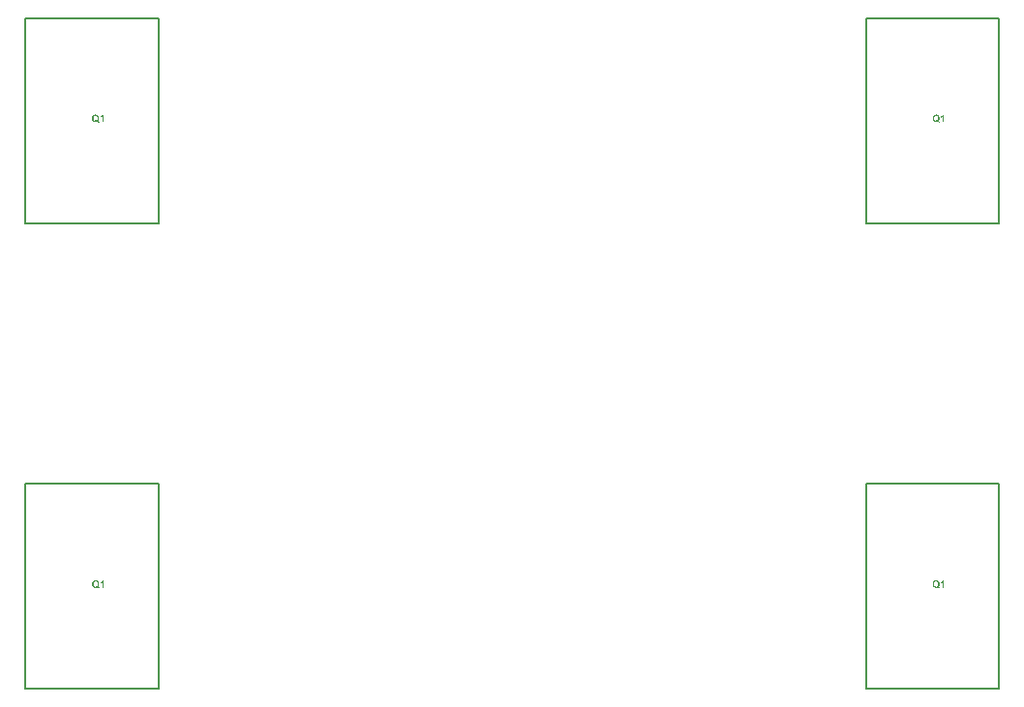
<source format=gbr>
%TF.GenerationSoftware,Altium Limited,Altium Designer,23.1.1 (15)*%
G04 Layer_Color=16711935*
%FSLAX45Y45*%
%MOMM*%
%TF.SameCoordinates,4CCFFED5-D059-4900-A68D-9618ACEA1AB5*%
%TF.FilePolarity,Positive*%
%TF.FileFunction,Other,Mechanical_5*%
%TF.Part,CustomerPanel*%
G01*
G75*
%TA.AperFunction,NonConductor*%
%ADD36C,0.20000*%
G36*
X11822877Y11087540D02*
X11810580D01*
Y11133860D01*
X11810488Y11133768D01*
X11810303Y11133583D01*
X11809933Y11133306D01*
X11809378Y11132843D01*
X11808731Y11132289D01*
X11807992Y11131734D01*
X11807067Y11131087D01*
X11806050Y11130347D01*
X11804941Y11129607D01*
X11803739Y11128868D01*
X11802444Y11128036D01*
X11801057Y11127296D01*
X11798099Y11125909D01*
X11794770Y11124615D01*
Y11135710D01*
X11794863D01*
X11794955Y11135802D01*
X11795233Y11135894D01*
X11795603Y11135987D01*
X11796527Y11136449D01*
X11797821Y11137004D01*
X11799393Y11137744D01*
X11801150Y11138761D01*
X11803091Y11140055D01*
X11805125Y11141534D01*
X11805218Y11141627D01*
X11805403Y11141719D01*
X11805680Y11141997D01*
X11806050Y11142366D01*
X11807067Y11143291D01*
X11808177Y11144493D01*
X11809471Y11145972D01*
X11810765Y11147821D01*
X11811967Y11149763D01*
X11812892Y11151889D01*
X11822877D01*
Y11087540D01*
D02*
G37*
G36*
X4469577D02*
X4457280D01*
Y11133860D01*
X4457188Y11133768D01*
X4457003Y11133583D01*
X4456633Y11133306D01*
X4456078Y11132843D01*
X4455431Y11132289D01*
X4454692Y11131734D01*
X4453767Y11131087D01*
X4452750Y11130347D01*
X4451641Y11129607D01*
X4450439Y11128868D01*
X4449144Y11128036D01*
X4447757Y11127296D01*
X4444799Y11125909D01*
X4441470Y11124615D01*
Y11135710D01*
X4441563D01*
X4441655Y11135802D01*
X4441933Y11135894D01*
X4442303Y11135987D01*
X4443227Y11136449D01*
X4444521Y11137004D01*
X4446093Y11137744D01*
X4447850Y11138761D01*
X4449791Y11140055D01*
X4451825Y11141534D01*
X4451918Y11141627D01*
X4452103Y11141719D01*
X4452380Y11141997D01*
X4452750Y11142366D01*
X4453767Y11143291D01*
X4454877Y11144493D01*
X4456171Y11145972D01*
X4457465Y11147821D01*
X4458667Y11149763D01*
X4459592Y11151889D01*
X4469577D01*
Y11087540D01*
D02*
G37*
G36*
X11754552Y11152629D02*
X11755569D01*
X11756679Y11152444D01*
X11758158Y11152259D01*
X11759637Y11151982D01*
X11761301Y11151612D01*
X11763058Y11151150D01*
X11764907Y11150595D01*
X11766849Y11149855D01*
X11768698Y11149023D01*
X11770547Y11148006D01*
X11772396Y11146804D01*
X11774060Y11145510D01*
X11775724Y11143938D01*
X11775817Y11143846D01*
X11776094Y11143568D01*
X11776464Y11143014D01*
X11777019Y11142366D01*
X11777666Y11141442D01*
X11778406Y11140332D01*
X11779145Y11139130D01*
X11779977Y11137651D01*
X11780717Y11135987D01*
X11781457Y11134138D01*
X11782196Y11132196D01*
X11782844Y11129977D01*
X11783398Y11127666D01*
X11783768Y11125077D01*
X11784046Y11122396D01*
X11784138Y11119530D01*
Y11119437D01*
Y11119160D01*
Y11118698D01*
Y11118143D01*
X11784046Y11117403D01*
Y11116571D01*
X11783953Y11115647D01*
X11783861Y11114630D01*
X11783583Y11112318D01*
X11783121Y11109822D01*
X11782566Y11107326D01*
X11781734Y11104922D01*
Y11104829D01*
X11781642Y11104737D01*
X11781549Y11104459D01*
X11781364Y11104090D01*
X11780994Y11103165D01*
X11780347Y11101963D01*
X11779608Y11100576D01*
X11778683Y11098912D01*
X11777481Y11097248D01*
X11776187Y11095584D01*
X11776279D01*
X11776372Y11095399D01*
X11776649Y11095214D01*
X11777019Y11095029D01*
X11777943Y11094382D01*
X11779238Y11093642D01*
X11780810Y11092810D01*
X11782566Y11091885D01*
X11784508Y11091053D01*
X11786542Y11090221D01*
X11781734Y11080976D01*
X11781642D01*
X11781272Y11081160D01*
X11780625Y11081345D01*
X11779885Y11081623D01*
X11779053Y11081993D01*
X11778036Y11082455D01*
X11776002Y11083472D01*
X11775817Y11083564D01*
X11775447Y11083842D01*
X11775077Y11084027D01*
X11774707Y11084304D01*
X11774245Y11084581D01*
X11773690Y11084951D01*
X11772951Y11085413D01*
X11772119Y11085968D01*
X11771194Y11086523D01*
X11770085Y11087263D01*
X11768790Y11088095D01*
X11767403Y11089019D01*
X11767311D01*
X11767126Y11088927D01*
X11766756Y11088742D01*
X11766294Y11088649D01*
X11765739Y11088372D01*
X11765000Y11088187D01*
X11764260Y11087910D01*
X11763335Y11087725D01*
X11761301Y11087170D01*
X11758897Y11086800D01*
X11756309Y11086430D01*
X11753535Y11086338D01*
X11752888D01*
X11752148Y11086430D01*
X11751131Y11086523D01*
X11749837Y11086615D01*
X11748450Y11086800D01*
X11746786Y11087078D01*
X11745122Y11087447D01*
X11743272Y11087910D01*
X11741423Y11088464D01*
X11739482Y11089204D01*
X11737540Y11090036D01*
X11735691Y11090961D01*
X11733842Y11092163D01*
X11732085Y11093457D01*
X11730421Y11095029D01*
X11730329Y11095121D01*
X11730051Y11095399D01*
X11729681Y11095953D01*
X11729127Y11096601D01*
X11728479Y11097525D01*
X11727832Y11098635D01*
X11727000Y11099929D01*
X11726261Y11101316D01*
X11725521Y11102980D01*
X11724781Y11104829D01*
X11724042Y11106863D01*
X11723394Y11108990D01*
X11722840Y11111394D01*
X11722470Y11113982D01*
X11722192Y11116664D01*
X11722100Y11119530D01*
Y11119715D01*
Y11120269D01*
X11722192Y11121009D01*
Y11122118D01*
X11722377Y11123413D01*
X11722562Y11124985D01*
X11722840Y11126649D01*
X11723117Y11128498D01*
X11723579Y11130440D01*
X11724134Y11132381D01*
X11724781Y11134415D01*
X11725613Y11136449D01*
X11726538Y11138483D01*
X11727647Y11140425D01*
X11728942Y11142274D01*
X11730421Y11143938D01*
X11730513Y11144031D01*
X11730791Y11144308D01*
X11731253Y11144770D01*
X11731993Y11145325D01*
X11732825Y11145972D01*
X11733842Y11146712D01*
X11735044Y11147544D01*
X11736431Y11148376D01*
X11738002Y11149116D01*
X11739667Y11149948D01*
X11741516Y11150687D01*
X11743550Y11151335D01*
X11745769Y11151889D01*
X11748080Y11152352D01*
X11750576Y11152629D01*
X11753165Y11152721D01*
X11753812D01*
X11754552Y11152629D01*
D02*
G37*
G36*
X4401252D02*
X4402269D01*
X4403379Y11152444D01*
X4404858Y11152259D01*
X4406337Y11151982D01*
X4408001Y11151612D01*
X4409758Y11151150D01*
X4411607Y11150595D01*
X4413549Y11149855D01*
X4415398Y11149023D01*
X4417247Y11148006D01*
X4419096Y11146804D01*
X4420760Y11145510D01*
X4422424Y11143938D01*
X4422517Y11143846D01*
X4422794Y11143568D01*
X4423164Y11143014D01*
X4423719Y11142366D01*
X4424366Y11141442D01*
X4425106Y11140332D01*
X4425845Y11139130D01*
X4426677Y11137651D01*
X4427417Y11135987D01*
X4428157Y11134138D01*
X4428896Y11132196D01*
X4429544Y11129977D01*
X4430098Y11127666D01*
X4430468Y11125077D01*
X4430746Y11122396D01*
X4430838Y11119530D01*
Y11119437D01*
Y11119160D01*
Y11118698D01*
Y11118143D01*
X4430746Y11117403D01*
Y11116571D01*
X4430653Y11115647D01*
X4430561Y11114630D01*
X4430283Y11112318D01*
X4429821Y11109822D01*
X4429266Y11107326D01*
X4428434Y11104922D01*
Y11104829D01*
X4428342Y11104737D01*
X4428249Y11104459D01*
X4428064Y11104090D01*
X4427694Y11103165D01*
X4427047Y11101963D01*
X4426308Y11100576D01*
X4425383Y11098912D01*
X4424181Y11097248D01*
X4422887Y11095584D01*
X4422979D01*
X4423072Y11095399D01*
X4423349Y11095214D01*
X4423719Y11095029D01*
X4424643Y11094382D01*
X4425938Y11093642D01*
X4427510Y11092810D01*
X4429266Y11091885D01*
X4431208Y11091053D01*
X4433242Y11090221D01*
X4428434Y11080976D01*
X4428342D01*
X4427972Y11081160D01*
X4427325Y11081345D01*
X4426585Y11081623D01*
X4425753Y11081993D01*
X4424736Y11082455D01*
X4422702Y11083472D01*
X4422517Y11083564D01*
X4422147Y11083842D01*
X4421777Y11084027D01*
X4421407Y11084304D01*
X4420945Y11084581D01*
X4420390Y11084951D01*
X4419651Y11085413D01*
X4418819Y11085968D01*
X4417894Y11086523D01*
X4416785Y11087263D01*
X4415490Y11088095D01*
X4414103Y11089019D01*
X4414011D01*
X4413826Y11088927D01*
X4413456Y11088742D01*
X4412994Y11088649D01*
X4412439Y11088372D01*
X4411700Y11088187D01*
X4410960Y11087910D01*
X4410035Y11087725D01*
X4408001Y11087170D01*
X4405597Y11086800D01*
X4403009Y11086430D01*
X4400235Y11086338D01*
X4399588D01*
X4398848Y11086430D01*
X4397831Y11086523D01*
X4396537Y11086615D01*
X4395150Y11086800D01*
X4393486Y11087078D01*
X4391822Y11087447D01*
X4389972Y11087910D01*
X4388123Y11088464D01*
X4386182Y11089204D01*
X4384240Y11090036D01*
X4382391Y11090961D01*
X4380542Y11092163D01*
X4378785Y11093457D01*
X4377121Y11095029D01*
X4377029Y11095121D01*
X4376751Y11095399D01*
X4376381Y11095953D01*
X4375827Y11096601D01*
X4375179Y11097525D01*
X4374532Y11098635D01*
X4373700Y11099929D01*
X4372961Y11101316D01*
X4372221Y11102980D01*
X4371481Y11104829D01*
X4370742Y11106863D01*
X4370094Y11108990D01*
X4369540Y11111394D01*
X4369170Y11113982D01*
X4368892Y11116664D01*
X4368800Y11119530D01*
Y11119715D01*
Y11120269D01*
X4368892Y11121009D01*
Y11122118D01*
X4369077Y11123413D01*
X4369262Y11124985D01*
X4369540Y11126649D01*
X4369817Y11128498D01*
X4370279Y11130440D01*
X4370834Y11132381D01*
X4371481Y11134415D01*
X4372313Y11136449D01*
X4373238Y11138483D01*
X4374347Y11140425D01*
X4375642Y11142274D01*
X4377121Y11143938D01*
X4377213Y11144031D01*
X4377491Y11144308D01*
X4377953Y11144770D01*
X4378693Y11145325D01*
X4379525Y11145972D01*
X4380542Y11146712D01*
X4381744Y11147544D01*
X4383131Y11148376D01*
X4384702Y11149116D01*
X4386367Y11149948D01*
X4388216Y11150687D01*
X4390250Y11151335D01*
X4392469Y11151889D01*
X4394780Y11152352D01*
X4397276Y11152629D01*
X4399865Y11152721D01*
X4400512D01*
X4401252Y11152629D01*
D02*
G37*
G36*
X11822877Y7010840D02*
X11810580D01*
Y7057160D01*
X11810488Y7057068D01*
X11810303Y7056883D01*
X11809933Y7056606D01*
X11809378Y7056143D01*
X11808731Y7055589D01*
X11807992Y7055034D01*
X11807067Y7054387D01*
X11806050Y7053647D01*
X11804941Y7052907D01*
X11803739Y7052168D01*
X11802444Y7051336D01*
X11801057Y7050596D01*
X11798099Y7049209D01*
X11794770Y7047915D01*
Y7059010D01*
X11794863D01*
X11794955Y7059102D01*
X11795233Y7059194D01*
X11795603Y7059287D01*
X11796527Y7059749D01*
X11797821Y7060304D01*
X11799393Y7061044D01*
X11801150Y7062061D01*
X11803091Y7063355D01*
X11805125Y7064834D01*
X11805218Y7064927D01*
X11805403Y7065019D01*
X11805680Y7065297D01*
X11806050Y7065666D01*
X11807067Y7066591D01*
X11808177Y7067793D01*
X11809471Y7069272D01*
X11810765Y7071121D01*
X11811967Y7073063D01*
X11812892Y7075189D01*
X11822877D01*
Y7010840D01*
D02*
G37*
G36*
X4469577D02*
X4457280D01*
Y7057160D01*
X4457188Y7057068D01*
X4457003Y7056883D01*
X4456633Y7056606D01*
X4456078Y7056143D01*
X4455431Y7055589D01*
X4454692Y7055034D01*
X4453767Y7054387D01*
X4452750Y7053647D01*
X4451641Y7052907D01*
X4450439Y7052168D01*
X4449144Y7051336D01*
X4447757Y7050596D01*
X4444799Y7049209D01*
X4441470Y7047915D01*
Y7059010D01*
X4441563D01*
X4441655Y7059102D01*
X4441933Y7059194D01*
X4442303Y7059287D01*
X4443227Y7059749D01*
X4444521Y7060304D01*
X4446093Y7061044D01*
X4447850Y7062061D01*
X4449791Y7063355D01*
X4451825Y7064834D01*
X4451918Y7064927D01*
X4452103Y7065019D01*
X4452380Y7065297D01*
X4452750Y7065666D01*
X4453767Y7066591D01*
X4454877Y7067793D01*
X4456171Y7069272D01*
X4457465Y7071121D01*
X4458667Y7073063D01*
X4459592Y7075189D01*
X4469577D01*
Y7010840D01*
D02*
G37*
G36*
X11754552Y7075929D02*
X11755569D01*
X11756679Y7075744D01*
X11758158Y7075559D01*
X11759637Y7075282D01*
X11761301Y7074912D01*
X11763058Y7074450D01*
X11764907Y7073895D01*
X11766849Y7073155D01*
X11768698Y7072323D01*
X11770547Y7071306D01*
X11772396Y7070104D01*
X11774060Y7068810D01*
X11775724Y7067238D01*
X11775817Y7067146D01*
X11776094Y7066868D01*
X11776464Y7066314D01*
X11777019Y7065666D01*
X11777666Y7064742D01*
X11778406Y7063632D01*
X11779145Y7062430D01*
X11779977Y7060951D01*
X11780717Y7059287D01*
X11781457Y7057438D01*
X11782196Y7055496D01*
X11782844Y7053277D01*
X11783398Y7050966D01*
X11783768Y7048377D01*
X11784046Y7045696D01*
X11784138Y7042830D01*
Y7042737D01*
Y7042460D01*
Y7041998D01*
Y7041443D01*
X11784046Y7040703D01*
Y7039871D01*
X11783953Y7038947D01*
X11783861Y7037930D01*
X11783583Y7035618D01*
X11783121Y7033122D01*
X11782566Y7030626D01*
X11781734Y7028222D01*
Y7028129D01*
X11781642Y7028037D01*
X11781549Y7027759D01*
X11781364Y7027390D01*
X11780994Y7026465D01*
X11780347Y7025263D01*
X11779608Y7023876D01*
X11778683Y7022212D01*
X11777481Y7020548D01*
X11776187Y7018884D01*
X11776279D01*
X11776372Y7018699D01*
X11776649Y7018514D01*
X11777019Y7018329D01*
X11777943Y7017682D01*
X11779238Y7016942D01*
X11780810Y7016110D01*
X11782566Y7015185D01*
X11784508Y7014353D01*
X11786542Y7013521D01*
X11781734Y7004276D01*
X11781642D01*
X11781272Y7004460D01*
X11780625Y7004645D01*
X11779885Y7004923D01*
X11779053Y7005293D01*
X11778036Y7005755D01*
X11776002Y7006772D01*
X11775817Y7006864D01*
X11775447Y7007142D01*
X11775077Y7007327D01*
X11774707Y7007604D01*
X11774245Y7007881D01*
X11773690Y7008251D01*
X11772951Y7008713D01*
X11772119Y7009268D01*
X11771194Y7009823D01*
X11770085Y7010563D01*
X11768790Y7011395D01*
X11767403Y7012319D01*
X11767311D01*
X11767126Y7012227D01*
X11766756Y7012042D01*
X11766294Y7011949D01*
X11765739Y7011672D01*
X11765000Y7011487D01*
X11764260Y7011210D01*
X11763335Y7011025D01*
X11761301Y7010470D01*
X11758897Y7010100D01*
X11756309Y7009730D01*
X11753535Y7009638D01*
X11752888D01*
X11752148Y7009730D01*
X11751131Y7009823D01*
X11749837Y7009915D01*
X11748450Y7010100D01*
X11746786Y7010378D01*
X11745122Y7010747D01*
X11743272Y7011210D01*
X11741423Y7011764D01*
X11739482Y7012504D01*
X11737540Y7013336D01*
X11735691Y7014261D01*
X11733842Y7015463D01*
X11732085Y7016757D01*
X11730421Y7018329D01*
X11730329Y7018421D01*
X11730051Y7018699D01*
X11729681Y7019253D01*
X11729127Y7019901D01*
X11728479Y7020825D01*
X11727832Y7021935D01*
X11727000Y7023229D01*
X11726261Y7024616D01*
X11725521Y7026280D01*
X11724781Y7028129D01*
X11724042Y7030163D01*
X11723394Y7032290D01*
X11722840Y7034694D01*
X11722470Y7037282D01*
X11722192Y7039964D01*
X11722100Y7042830D01*
Y7043015D01*
Y7043569D01*
X11722192Y7044309D01*
Y7045418D01*
X11722377Y7046713D01*
X11722562Y7048285D01*
X11722840Y7049949D01*
X11723117Y7051798D01*
X11723579Y7053740D01*
X11724134Y7055681D01*
X11724781Y7057715D01*
X11725613Y7059749D01*
X11726538Y7061783D01*
X11727647Y7063725D01*
X11728942Y7065574D01*
X11730421Y7067238D01*
X11730513Y7067331D01*
X11730791Y7067608D01*
X11731253Y7068070D01*
X11731993Y7068625D01*
X11732825Y7069272D01*
X11733842Y7070012D01*
X11735044Y7070844D01*
X11736431Y7071676D01*
X11738002Y7072416D01*
X11739667Y7073248D01*
X11741516Y7073987D01*
X11743550Y7074635D01*
X11745769Y7075189D01*
X11748080Y7075652D01*
X11750576Y7075929D01*
X11753165Y7076021D01*
X11753812D01*
X11754552Y7075929D01*
D02*
G37*
G36*
X4401252D02*
X4402269D01*
X4403379Y7075744D01*
X4404858Y7075559D01*
X4406337Y7075282D01*
X4408001Y7074912D01*
X4409758Y7074450D01*
X4411607Y7073895D01*
X4413549Y7073155D01*
X4415398Y7072323D01*
X4417247Y7071306D01*
X4419096Y7070104D01*
X4420760Y7068810D01*
X4422424Y7067238D01*
X4422517Y7067146D01*
X4422794Y7066868D01*
X4423164Y7066314D01*
X4423719Y7065666D01*
X4424366Y7064742D01*
X4425106Y7063632D01*
X4425845Y7062430D01*
X4426677Y7060951D01*
X4427417Y7059287D01*
X4428157Y7057438D01*
X4428896Y7055496D01*
X4429544Y7053277D01*
X4430098Y7050966D01*
X4430468Y7048377D01*
X4430746Y7045696D01*
X4430838Y7042830D01*
Y7042737D01*
Y7042460D01*
Y7041998D01*
Y7041443D01*
X4430746Y7040703D01*
Y7039871D01*
X4430653Y7038947D01*
X4430561Y7037930D01*
X4430283Y7035618D01*
X4429821Y7033122D01*
X4429266Y7030626D01*
X4428434Y7028222D01*
Y7028129D01*
X4428342Y7028037D01*
X4428249Y7027759D01*
X4428064Y7027390D01*
X4427694Y7026465D01*
X4427047Y7025263D01*
X4426308Y7023876D01*
X4425383Y7022212D01*
X4424181Y7020548D01*
X4422887Y7018884D01*
X4422979D01*
X4423072Y7018699D01*
X4423349Y7018514D01*
X4423719Y7018329D01*
X4424643Y7017682D01*
X4425938Y7016942D01*
X4427510Y7016110D01*
X4429266Y7015185D01*
X4431208Y7014353D01*
X4433242Y7013521D01*
X4428434Y7004276D01*
X4428342D01*
X4427972Y7004460D01*
X4427325Y7004645D01*
X4426585Y7004923D01*
X4425753Y7005293D01*
X4424736Y7005755D01*
X4422702Y7006772D01*
X4422517Y7006864D01*
X4422147Y7007142D01*
X4421777Y7007327D01*
X4421407Y7007604D01*
X4420945Y7007881D01*
X4420390Y7008251D01*
X4419651Y7008713D01*
X4418819Y7009268D01*
X4417894Y7009823D01*
X4416785Y7010563D01*
X4415490Y7011395D01*
X4414103Y7012319D01*
X4414011D01*
X4413826Y7012227D01*
X4413456Y7012042D01*
X4412994Y7011949D01*
X4412439Y7011672D01*
X4411700Y7011487D01*
X4410960Y7011210D01*
X4410035Y7011025D01*
X4408001Y7010470D01*
X4405597Y7010100D01*
X4403009Y7009730D01*
X4400235Y7009638D01*
X4399588D01*
X4398848Y7009730D01*
X4397831Y7009823D01*
X4396537Y7009915D01*
X4395150Y7010100D01*
X4393486Y7010378D01*
X4391822Y7010747D01*
X4389972Y7011210D01*
X4388123Y7011764D01*
X4386182Y7012504D01*
X4384240Y7013336D01*
X4382391Y7014261D01*
X4380542Y7015463D01*
X4378785Y7016757D01*
X4377121Y7018329D01*
X4377029Y7018421D01*
X4376751Y7018699D01*
X4376381Y7019253D01*
X4375827Y7019901D01*
X4375179Y7020825D01*
X4374532Y7021935D01*
X4373700Y7023229D01*
X4372961Y7024616D01*
X4372221Y7026280D01*
X4371481Y7028129D01*
X4370742Y7030163D01*
X4370094Y7032290D01*
X4369540Y7034694D01*
X4369170Y7037282D01*
X4368892Y7039964D01*
X4368800Y7042830D01*
Y7043015D01*
Y7043569D01*
X4368892Y7044309D01*
Y7045418D01*
X4369077Y7046713D01*
X4369262Y7048285D01*
X4369540Y7049949D01*
X4369817Y7051798D01*
X4370279Y7053740D01*
X4370834Y7055681D01*
X4371481Y7057715D01*
X4372313Y7059749D01*
X4373238Y7061783D01*
X4374347Y7063725D01*
X4375642Y7065574D01*
X4377121Y7067238D01*
X4377213Y7067331D01*
X4377491Y7067608D01*
X4377953Y7068070D01*
X4378693Y7068625D01*
X4379525Y7069272D01*
X4380542Y7070012D01*
X4381744Y7070844D01*
X4383131Y7071676D01*
X4384702Y7072416D01*
X4386367Y7073248D01*
X4388216Y7073987D01*
X4390250Y7074635D01*
X4392469Y7075189D01*
X4394780Y7075652D01*
X4397276Y7075929D01*
X4399865Y7076021D01*
X4400512D01*
X4401252Y7075929D01*
D02*
G37*
%LPC*%
G36*
X11753073Y11141719D02*
X11752333D01*
X11751778Y11141627D01*
X11751131Y11141534D01*
X11750299Y11141442D01*
X11748542Y11141072D01*
X11746508Y11140332D01*
X11745491Y11139962D01*
X11744382Y11139408D01*
X11743272Y11138761D01*
X11742255Y11138021D01*
X11741238Y11137189D01*
X11740314Y11136172D01*
X11740221Y11136079D01*
X11740129Y11135894D01*
X11739852Y11135617D01*
X11739574Y11135155D01*
X11739204Y11134508D01*
X11738742Y11133860D01*
X11738280Y11133028D01*
X11737910Y11132011D01*
X11737448Y11130902D01*
X11736985Y11129700D01*
X11736523Y11128313D01*
X11736153Y11126834D01*
X11735876Y11125170D01*
X11735599Y11123413D01*
X11735506Y11121564D01*
X11735414Y11119530D01*
Y11119437D01*
Y11119067D01*
Y11118420D01*
X11735506Y11117681D01*
X11735599Y11116756D01*
X11735691Y11115647D01*
X11735783Y11114445D01*
X11736061Y11113150D01*
X11736616Y11110469D01*
X11737448Y11107603D01*
X11738002Y11106308D01*
X11738742Y11104922D01*
X11739482Y11103720D01*
X11740314Y11102610D01*
X11740406Y11102518D01*
X11740499Y11102333D01*
X11740776Y11102056D01*
X11741238Y11101778D01*
X11741701Y11101316D01*
X11742255Y11100854D01*
X11742903Y11100391D01*
X11743735Y11099837D01*
X11745491Y11098820D01*
X11747618Y11097895D01*
X11748820Y11097618D01*
X11750022Y11097340D01*
X11751316Y11097155D01*
X11752703Y11097063D01*
X11753165D01*
X11753720Y11097155D01*
X11754367D01*
X11755199Y11097248D01*
X11756124Y11097433D01*
X11757973Y11097895D01*
X11757788Y11097987D01*
X11757326Y11098357D01*
X11756494Y11098820D01*
X11755477Y11099374D01*
X11754275Y11100021D01*
X11752980Y11100669D01*
X11751501Y11101408D01*
X11750022Y11101963D01*
X11753627Y11109452D01*
X11753720D01*
X11753905Y11109360D01*
X11754275Y11109267D01*
X11754737Y11109082D01*
X11755292Y11108805D01*
X11755939Y11108527D01*
X11757511Y11107788D01*
X11759360Y11106863D01*
X11761394Y11105754D01*
X11763613Y11104367D01*
X11765739Y11102795D01*
X11765832Y11102888D01*
X11766109Y11103350D01*
X11766571Y11103997D01*
X11767126Y11104829D01*
X11767773Y11105846D01*
X11768420Y11107048D01*
X11768975Y11108435D01*
X11769530Y11109914D01*
Y11110007D01*
X11769622Y11110099D01*
X11769715Y11110654D01*
X11769900Y11111486D01*
X11770177Y11112688D01*
X11770454Y11114075D01*
X11770639Y11115739D01*
X11770732Y11117588D01*
X11770824Y11119530D01*
Y11119622D01*
Y11119992D01*
Y11120639D01*
X11770732Y11121379D01*
X11770639Y11122303D01*
X11770547Y11123320D01*
X11770454Y11124522D01*
X11770177Y11125817D01*
X11769622Y11128498D01*
X11768790Y11131272D01*
X11768236Y11132566D01*
X11767588Y11133860D01*
X11766756Y11135062D01*
X11765924Y11136172D01*
X11765832Y11136264D01*
X11765739Y11136449D01*
X11765462Y11136727D01*
X11765000Y11137004D01*
X11764537Y11137466D01*
X11763983Y11137928D01*
X11763243Y11138391D01*
X11762503Y11138945D01*
X11761579Y11139500D01*
X11760654Y11139962D01*
X11758435Y11140887D01*
X11757233Y11141164D01*
X11755939Y11141442D01*
X11754552Y11141627D01*
X11753073Y11141719D01*
D02*
G37*
G36*
X4399773D02*
X4399033D01*
X4398478Y11141627D01*
X4397831Y11141534D01*
X4396999Y11141442D01*
X4395242Y11141072D01*
X4393208Y11140332D01*
X4392191Y11139962D01*
X4391082Y11139408D01*
X4389972Y11138761D01*
X4388955Y11138021D01*
X4387938Y11137189D01*
X4387014Y11136172D01*
X4386921Y11136079D01*
X4386829Y11135894D01*
X4386552Y11135617D01*
X4386274Y11135155D01*
X4385904Y11134508D01*
X4385442Y11133860D01*
X4384980Y11133028D01*
X4384610Y11132011D01*
X4384148Y11130902D01*
X4383685Y11129700D01*
X4383223Y11128313D01*
X4382853Y11126834D01*
X4382576Y11125170D01*
X4382299Y11123413D01*
X4382206Y11121564D01*
X4382114Y11119530D01*
Y11119437D01*
Y11119067D01*
Y11118420D01*
X4382206Y11117681D01*
X4382299Y11116756D01*
X4382391Y11115647D01*
X4382483Y11114445D01*
X4382761Y11113150D01*
X4383316Y11110469D01*
X4384148Y11107603D01*
X4384702Y11106308D01*
X4385442Y11104922D01*
X4386182Y11103720D01*
X4387014Y11102610D01*
X4387106Y11102518D01*
X4387199Y11102333D01*
X4387476Y11102056D01*
X4387938Y11101778D01*
X4388401Y11101316D01*
X4388955Y11100854D01*
X4389603Y11100391D01*
X4390435Y11099837D01*
X4392191Y11098820D01*
X4394318Y11097895D01*
X4395520Y11097618D01*
X4396722Y11097340D01*
X4398016Y11097155D01*
X4399403Y11097063D01*
X4399865D01*
X4400420Y11097155D01*
X4401067D01*
X4401899Y11097248D01*
X4402824Y11097433D01*
X4404673Y11097895D01*
X4404488Y11097987D01*
X4404026Y11098357D01*
X4403194Y11098820D01*
X4402177Y11099374D01*
X4400975Y11100021D01*
X4399680Y11100669D01*
X4398201Y11101408D01*
X4396722Y11101963D01*
X4400327Y11109452D01*
X4400420D01*
X4400605Y11109360D01*
X4400975Y11109267D01*
X4401437Y11109082D01*
X4401992Y11108805D01*
X4402639Y11108527D01*
X4404211Y11107788D01*
X4406060Y11106863D01*
X4408094Y11105754D01*
X4410313Y11104367D01*
X4412439Y11102795D01*
X4412532Y11102888D01*
X4412809Y11103350D01*
X4413271Y11103997D01*
X4413826Y11104829D01*
X4414473Y11105846D01*
X4415120Y11107048D01*
X4415675Y11108435D01*
X4416230Y11109914D01*
Y11110007D01*
X4416322Y11110099D01*
X4416415Y11110654D01*
X4416600Y11111486D01*
X4416877Y11112688D01*
X4417154Y11114075D01*
X4417339Y11115739D01*
X4417432Y11117588D01*
X4417524Y11119530D01*
Y11119622D01*
Y11119992D01*
Y11120639D01*
X4417432Y11121379D01*
X4417339Y11122303D01*
X4417247Y11123320D01*
X4417154Y11124522D01*
X4416877Y11125817D01*
X4416322Y11128498D01*
X4415490Y11131272D01*
X4414936Y11132566D01*
X4414288Y11133860D01*
X4413456Y11135062D01*
X4412624Y11136172D01*
X4412532Y11136264D01*
X4412439Y11136449D01*
X4412162Y11136727D01*
X4411700Y11137004D01*
X4411237Y11137466D01*
X4410683Y11137928D01*
X4409943Y11138391D01*
X4409203Y11138945D01*
X4408279Y11139500D01*
X4407354Y11139962D01*
X4405135Y11140887D01*
X4403933Y11141164D01*
X4402639Y11141442D01*
X4401252Y11141627D01*
X4399773Y11141719D01*
D02*
G37*
G36*
X11753073Y7065019D02*
X11752333D01*
X11751778Y7064927D01*
X11751131Y7064834D01*
X11750299Y7064742D01*
X11748542Y7064372D01*
X11746508Y7063632D01*
X11745491Y7063262D01*
X11744382Y7062708D01*
X11743272Y7062061D01*
X11742255Y7061321D01*
X11741238Y7060489D01*
X11740314Y7059472D01*
X11740221Y7059379D01*
X11740129Y7059194D01*
X11739852Y7058917D01*
X11739574Y7058455D01*
X11739204Y7057808D01*
X11738742Y7057160D01*
X11738280Y7056328D01*
X11737910Y7055311D01*
X11737448Y7054202D01*
X11736985Y7053000D01*
X11736523Y7051613D01*
X11736153Y7050134D01*
X11735876Y7048470D01*
X11735599Y7046713D01*
X11735506Y7044864D01*
X11735414Y7042830D01*
Y7042737D01*
Y7042367D01*
Y7041720D01*
X11735506Y7040981D01*
X11735599Y7040056D01*
X11735691Y7038947D01*
X11735783Y7037745D01*
X11736061Y7036450D01*
X11736616Y7033769D01*
X11737448Y7030903D01*
X11738002Y7029608D01*
X11738742Y7028222D01*
X11739482Y7027020D01*
X11740314Y7025910D01*
X11740406Y7025818D01*
X11740499Y7025633D01*
X11740776Y7025356D01*
X11741238Y7025078D01*
X11741701Y7024616D01*
X11742255Y7024154D01*
X11742903Y7023691D01*
X11743735Y7023137D01*
X11745491Y7022120D01*
X11747618Y7021195D01*
X11748820Y7020918D01*
X11750022Y7020640D01*
X11751316Y7020455D01*
X11752703Y7020363D01*
X11753165D01*
X11753720Y7020455D01*
X11754367D01*
X11755199Y7020548D01*
X11756124Y7020733D01*
X11757973Y7021195D01*
X11757788Y7021287D01*
X11757326Y7021657D01*
X11756494Y7022120D01*
X11755477Y7022674D01*
X11754275Y7023321D01*
X11752980Y7023969D01*
X11751501Y7024708D01*
X11750022Y7025263D01*
X11753627Y7032752D01*
X11753720D01*
X11753905Y7032660D01*
X11754275Y7032567D01*
X11754737Y7032382D01*
X11755292Y7032105D01*
X11755939Y7031827D01*
X11757511Y7031088D01*
X11759360Y7030163D01*
X11761394Y7029054D01*
X11763613Y7027667D01*
X11765739Y7026095D01*
X11765832Y7026188D01*
X11766109Y7026650D01*
X11766571Y7027297D01*
X11767126Y7028129D01*
X11767773Y7029146D01*
X11768420Y7030348D01*
X11768975Y7031735D01*
X11769530Y7033214D01*
Y7033307D01*
X11769622Y7033399D01*
X11769715Y7033954D01*
X11769900Y7034786D01*
X11770177Y7035988D01*
X11770454Y7037375D01*
X11770639Y7039039D01*
X11770732Y7040888D01*
X11770824Y7042830D01*
Y7042922D01*
Y7043292D01*
Y7043939D01*
X11770732Y7044679D01*
X11770639Y7045603D01*
X11770547Y7046620D01*
X11770454Y7047822D01*
X11770177Y7049117D01*
X11769622Y7051798D01*
X11768790Y7054572D01*
X11768236Y7055866D01*
X11767588Y7057160D01*
X11766756Y7058362D01*
X11765924Y7059472D01*
X11765832Y7059564D01*
X11765739Y7059749D01*
X11765462Y7060027D01*
X11765000Y7060304D01*
X11764537Y7060766D01*
X11763983Y7061228D01*
X11763243Y7061691D01*
X11762503Y7062245D01*
X11761579Y7062800D01*
X11760654Y7063262D01*
X11758435Y7064187D01*
X11757233Y7064464D01*
X11755939Y7064742D01*
X11754552Y7064927D01*
X11753073Y7065019D01*
D02*
G37*
G36*
X4399773D02*
X4399033D01*
X4398478Y7064927D01*
X4397831Y7064834D01*
X4396999Y7064742D01*
X4395242Y7064372D01*
X4393208Y7063632D01*
X4392191Y7063262D01*
X4391082Y7062708D01*
X4389972Y7062061D01*
X4388955Y7061321D01*
X4387938Y7060489D01*
X4387014Y7059472D01*
X4386921Y7059379D01*
X4386829Y7059194D01*
X4386552Y7058917D01*
X4386274Y7058455D01*
X4385904Y7057808D01*
X4385442Y7057160D01*
X4384980Y7056328D01*
X4384610Y7055311D01*
X4384148Y7054202D01*
X4383685Y7053000D01*
X4383223Y7051613D01*
X4382853Y7050134D01*
X4382576Y7048470D01*
X4382299Y7046713D01*
X4382206Y7044864D01*
X4382114Y7042830D01*
Y7042737D01*
Y7042367D01*
Y7041720D01*
X4382206Y7040981D01*
X4382299Y7040056D01*
X4382391Y7038947D01*
X4382483Y7037745D01*
X4382761Y7036450D01*
X4383316Y7033769D01*
X4384148Y7030903D01*
X4384702Y7029608D01*
X4385442Y7028222D01*
X4386182Y7027020D01*
X4387014Y7025910D01*
X4387106Y7025818D01*
X4387199Y7025633D01*
X4387476Y7025356D01*
X4387938Y7025078D01*
X4388401Y7024616D01*
X4388955Y7024154D01*
X4389603Y7023691D01*
X4390435Y7023137D01*
X4392191Y7022120D01*
X4394318Y7021195D01*
X4395520Y7020918D01*
X4396722Y7020640D01*
X4398016Y7020455D01*
X4399403Y7020363D01*
X4399865D01*
X4400420Y7020455D01*
X4401067D01*
X4401899Y7020548D01*
X4402824Y7020733D01*
X4404673Y7021195D01*
X4404488Y7021287D01*
X4404026Y7021657D01*
X4403194Y7022120D01*
X4402177Y7022674D01*
X4400975Y7023321D01*
X4399680Y7023969D01*
X4398201Y7024708D01*
X4396722Y7025263D01*
X4400327Y7032752D01*
X4400420D01*
X4400605Y7032660D01*
X4400975Y7032567D01*
X4401437Y7032382D01*
X4401992Y7032105D01*
X4402639Y7031827D01*
X4404211Y7031088D01*
X4406060Y7030163D01*
X4408094Y7029054D01*
X4410313Y7027667D01*
X4412439Y7026095D01*
X4412532Y7026188D01*
X4412809Y7026650D01*
X4413271Y7027297D01*
X4413826Y7028129D01*
X4414473Y7029146D01*
X4415120Y7030348D01*
X4415675Y7031735D01*
X4416230Y7033214D01*
Y7033307D01*
X4416322Y7033399D01*
X4416415Y7033954D01*
X4416600Y7034786D01*
X4416877Y7035988D01*
X4417154Y7037375D01*
X4417339Y7039039D01*
X4417432Y7040888D01*
X4417524Y7042830D01*
Y7042922D01*
Y7043292D01*
Y7043939D01*
X4417432Y7044679D01*
X4417339Y7045603D01*
X4417247Y7046620D01*
X4417154Y7047822D01*
X4416877Y7049117D01*
X4416322Y7051798D01*
X4415490Y7054572D01*
X4414936Y7055866D01*
X4414288Y7057160D01*
X4413456Y7058362D01*
X4412624Y7059472D01*
X4412532Y7059564D01*
X4412439Y7059749D01*
X4412162Y7060027D01*
X4411700Y7060304D01*
X4411237Y7060766D01*
X4410683Y7061228D01*
X4409943Y7061691D01*
X4409203Y7062245D01*
X4408279Y7062800D01*
X4407354Y7063262D01*
X4405135Y7064187D01*
X4403933Y7064464D01*
X4402639Y7064742D01*
X4401252Y7064927D01*
X4399773Y7065019D01*
D02*
G37*
%LPD*%
D36*
X3787300Y6124100D02*
Y7922100D01*
Y6124100D02*
X4950300D01*
Y7922100D01*
X3787300D02*
X4950300D01*
X11140600Y6124100D02*
Y7922100D01*
Y6124100D02*
X12303600D01*
Y7922100D01*
X11140600D02*
X12303600D01*
X3787300Y10200800D02*
Y11998800D01*
Y10200800D02*
X4950300D01*
Y11998800D01*
X3787300D02*
X4950300D01*
X11140600Y10200800D02*
Y11998800D01*
Y10200800D02*
X12303600D01*
Y11998800D01*
X11140600D02*
X12303600D01*
%TF.MD5,5a2a37b9716bfda26aace8dae984cc95*%
M02*

</source>
